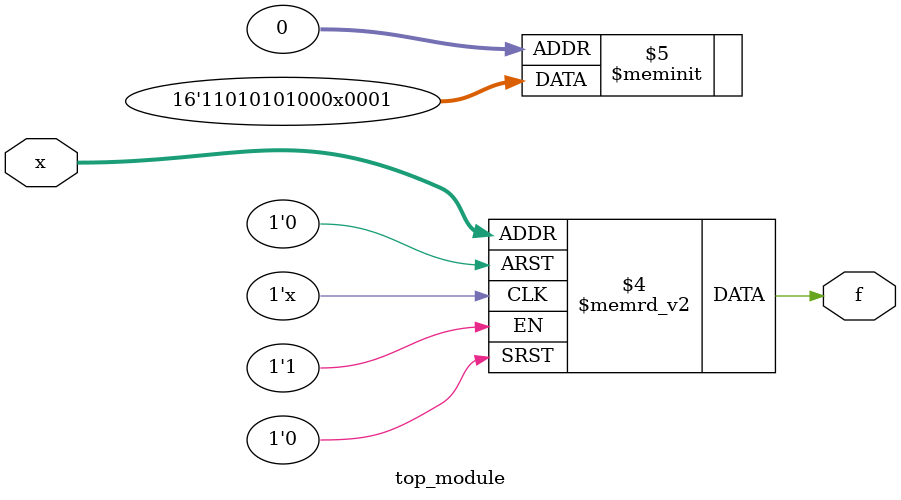
<source format=sv>
module top_module (
    input [4:1] x,
    output logic f
);

always_comb begin
    case (x)
        4'b0000, 4'b1000, 4'b1010, 4'b1100, 4'b1110, 4'b1111: f = 1'b1;
        4'b0001, 4'b0010, 4'b0011, 4'b0101, 4'b0110, 4'b0111, 4'b1001, 4'b1011, 4'b1101: f = 1'b0;
        default: f = 1'bx;
    endcase
end

endmodule

</source>
